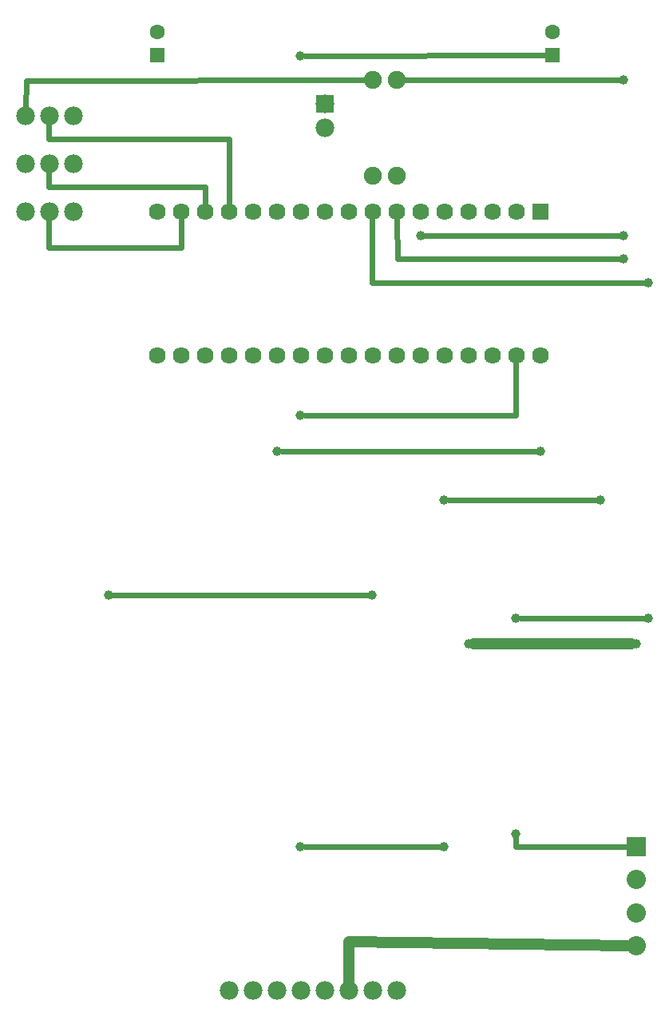
<source format=gtl>
G04 MADE WITH FRITZING*
G04 WWW.FRITZING.ORG*
G04 DOUBLE SIDED*
G04 HOLES PLATED*
G04 CONTOUR ON CENTER OF CONTOUR VECTOR*
%ASAXBY*%
%FSLAX23Y23*%
%MOIN*%
%OFA0B0*%
%SFA1.0B1.0*%
%ADD10C,0.078000*%
%ADD11C,0.070555*%
%ADD12C,0.070583*%
%ADD13C,0.080000*%
%ADD14C,0.062992*%
%ADD15C,0.075000*%
%ADD16C,0.039370*%
%ADD17R,0.070542X0.070570*%
%ADD18R,0.080000X0.080000*%
%ADD19R,0.062992X0.062992*%
%ADD20R,0.078000X0.078000*%
%ADD21C,0.024000*%
%ADD22C,0.048000*%
%LNCOPPER1*%
G90*
G70*
G54D10*
X277Y4056D03*
X177Y4056D03*
X77Y4056D03*
X277Y3856D03*
X177Y3856D03*
X77Y3856D03*
X277Y3656D03*
X177Y3656D03*
X77Y3656D03*
X927Y406D03*
X1027Y406D03*
X1127Y406D03*
X1227Y406D03*
X1327Y406D03*
X1427Y406D03*
X1527Y406D03*
X1627Y406D03*
G54D11*
X2227Y3656D03*
X2127Y3656D03*
X2027Y3656D03*
X1927Y3656D03*
X1827Y3656D03*
X1727Y3656D03*
X1627Y3656D03*
X1527Y3656D03*
X1427Y3656D03*
G54D12*
X1327Y3656D03*
X1227Y3656D03*
X1127Y3656D03*
G54D11*
X1027Y3656D03*
X927Y3656D03*
G54D12*
X827Y3656D03*
X727Y3656D03*
X627Y3656D03*
G54D11*
X2227Y3056D03*
X2127Y3056D03*
X2027Y3056D03*
X1927Y3056D03*
X1827Y3056D03*
X1727Y3056D03*
X1427Y3056D03*
G54D12*
X1327Y3056D03*
G54D11*
X1527Y3056D03*
X1627Y3056D03*
G54D12*
X1227Y3056D03*
X1127Y3056D03*
G54D11*
X1027Y3056D03*
X927Y3056D03*
G54D12*
X827Y3056D03*
X727Y3056D03*
X627Y3056D03*
G54D13*
X2627Y1006D03*
X2627Y868D03*
X2627Y730D03*
X2627Y592D03*
G54D14*
X627Y4307D03*
X627Y4406D03*
X2277Y4307D03*
X2277Y4406D03*
G54D10*
X1327Y4106D03*
X1327Y4006D03*
G54D15*
X1627Y3806D03*
X1627Y4206D03*
X1527Y3806D03*
X1527Y4206D03*
G54D16*
X2627Y1853D03*
X1929Y1853D03*
X2125Y1058D03*
X2125Y1957D03*
X2679Y1957D03*
X2477Y2453D03*
X2229Y2655D03*
X1226Y2805D03*
X1226Y4304D03*
X2575Y3457D03*
X2679Y3359D03*
X2575Y3554D03*
X1727Y3554D03*
X2575Y4206D03*
X1525Y2055D03*
X424Y2055D03*
X1128Y2655D03*
X1825Y2453D03*
X1825Y1006D03*
X1226Y1006D03*
G54D17*
X2227Y3656D03*
G54D18*
X2627Y1006D03*
G54D19*
X627Y4307D03*
X2277Y4307D03*
G54D20*
X1327Y4106D03*
G54D21*
X80Y4203D02*
X1498Y4206D01*
D02*
X174Y3958D02*
X929Y3958D01*
D02*
X176Y4026D02*
X174Y3958D01*
D02*
X929Y3958D02*
X927Y3686D01*
D02*
X828Y3757D02*
X174Y3757D01*
D02*
X827Y3686D02*
X828Y3757D01*
D02*
X174Y3757D02*
X176Y3826D01*
D02*
X727Y3505D02*
X174Y3505D01*
D02*
X727Y3626D02*
X727Y3505D01*
D02*
X174Y3505D02*
X176Y3626D01*
D02*
X77Y4086D02*
X80Y4203D01*
G54D22*
D02*
X2608Y1853D02*
X1948Y1853D01*
G54D21*
D02*
X2125Y1006D02*
X2125Y1039D01*
D02*
X2595Y1006D02*
X2125Y1006D01*
D02*
X2144Y1957D02*
X2660Y1957D01*
D02*
X2125Y2805D02*
X1245Y2805D01*
D02*
X2126Y3026D02*
X2125Y2805D01*
D02*
X1245Y4304D02*
X2250Y4307D01*
D02*
X1630Y3457D02*
X2556Y3457D01*
D02*
X1627Y3626D02*
X1630Y3457D01*
D02*
X2660Y3359D02*
X1525Y3359D01*
D02*
X1525Y3359D02*
X1526Y3626D01*
D02*
X1746Y3554D02*
X2556Y3554D01*
D02*
X2556Y4206D02*
X1655Y4206D01*
D02*
X443Y2055D02*
X1506Y2055D01*
G54D22*
D02*
X1428Y608D02*
X2595Y593D01*
D02*
X1427Y436D02*
X1428Y608D01*
G54D21*
D02*
X2210Y2655D02*
X1147Y2655D01*
D02*
X1844Y2453D02*
X2458Y2453D01*
D02*
X1245Y1006D02*
X1806Y1006D01*
G04 End of Copper1*
M02*
</source>
